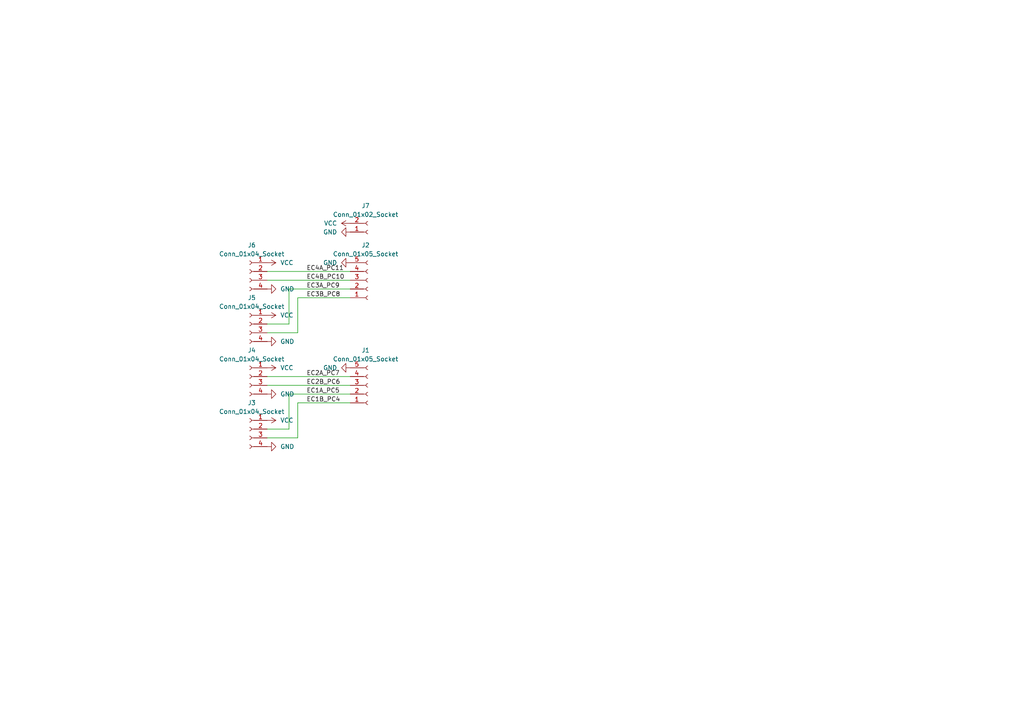
<source format=kicad_sch>
(kicad_sch (version 20230121) (generator eeschema)
  (paper "A4")
  (lib_symbols
    (symbol "Connector:Conn_01x02_Socket" (pin_names (offset 1.016) hide)
      (property "Reference" "J" (at 0 2.54 0))
      (property "Value" "Conn_01x02_Socket" (at 0 -5.08 0))
      (symbol "Conn_01x02_Socket_1_1"
        (arc (start 0 -2.032) (mid -0.5058 -2.54) (end 0 -3.048) (stroke (width 0.1524)))
        (polyline (pts (xy -1.27 -2.54) (xy -0.508 -2.54)) (stroke (width 0.1524)))
        (polyline (pts (xy -1.27 0) (xy -0.508 0)) (stroke (width 0.1524)))
        (arc (start 0 0.508) (mid -0.5058 0) (end 0 -0.508) (stroke (width 0.1524)))
        (pin passive line (at -5.08 0 0) (length 3.81) (name "Pin_1") (number "1"))
        (pin passive line (at -5.08 -2.54 0) (length 3.81) (name "Pin_2") (number "2"))
      )
    )
    (symbol "Connector:Conn_01x04_Socket" (pin_names (offset 1.016) hide)
      (property "Reference" "J" (at 0 5.08 0))
      (property "Value" "Conn_01x04_Socket" (at 0 -7.62 0))
      (symbol "Conn_01x04_Socket_1_1"
        (arc (start 0 -4.572) (mid -0.5058 -5.08) (end 0 -5.588) (stroke (width 0.1524)))
        (arc (start 0 -2.032) (mid -0.5058 -2.54) (end 0 -3.048) (stroke (width 0.1524)))
        (polyline (pts (xy -1.27 -5.08) (xy -0.508 -5.08)) (stroke (width 0.1524)))
        (polyline (pts (xy -1.27 -2.54) (xy -0.508 -2.54)) (stroke (width 0.1524)))
        (polyline (pts (xy -1.27 0) (xy -0.508 0)) (stroke (width 0.1524)))
        (polyline (pts (xy -1.27 2.54) (xy -0.508 2.54)) (stroke (width 0.1524)))
        (arc (start 0 0.508) (mid -0.5058 0) (end 0 -0.508) (stroke (width 0.1524)))
        (arc (start 0 3.048) (mid -0.5058 2.54) (end 0 2.032) (stroke (width 0.1524)))
        (pin passive line (at -5.08 2.54 0) (length 3.81) (name "Pin_1") (number "1"))
        (pin passive line (at -5.08 0 0) (length 3.81) (name "Pin_2") (number "2"))
        (pin passive line (at -5.08 -2.54 0) (length 3.81) (name "Pin_3") (number "3"))
        (pin passive line (at -5.08 -5.08 0) (length 3.81) (name "Pin_4") (number "4"))
      )
    )
    (symbol "Connector:Conn_01x05_Socket" (pin_names (offset 1.016) hide)
      (property "Reference" "J" (at 0 7.62 0))
      (property "Value" "Conn_01x05_Socket" (at 0 -7.62 0))
      (symbol "Conn_01x05_Socket_1_1"
        (arc (start 0 -4.572) (mid -0.5058 -5.08) (end 0 -5.588) (stroke (width 0.1524)))
        (arc (start 0 -2.032) (mid -0.5058 -2.54) (end 0 -3.048) (stroke (width 0.1524)))
        (polyline (pts (xy -1.27 -5.08) (xy -0.508 -5.08)) (stroke (width 0.1524)))
        (polyline (pts (xy -1.27 -2.54) (xy -0.508 -2.54)) (stroke (width 0.1524)))
        (polyline (pts (xy -1.27 0) (xy -0.508 0)) (stroke (width 0.1524)))
        (polyline (pts (xy -1.27 2.54) (xy -0.508 2.54)) (stroke (width 0.1524)))
        (polyline (pts (xy -1.27 5.08) (xy -0.508 5.08)) (stroke (width 0.1524)))
        (arc (start 0 0.508) (mid -0.5058 0) (end 0 -0.508) (stroke (width 0.1524)))
        (arc (start 0 3.048) (mid -0.5058 2.54) (end 0 2.032) (stroke (width 0.1524)))
        (arc (start 0 5.588) (mid -0.5058 5.08) (end 0 4.572) (stroke (width 0.1524)))
        (pin passive line (at -5.08 5.08 0) (length 3.81) (name "Pin_1") (number "1"))
        (pin passive line (at -5.08 2.54 0) (length 3.81) (name "Pin_2") (number "2"))
        (pin passive line (at -5.08 0 0) (length 3.81) (name "Pin_3") (number "3"))
        (pin passive line (at -5.08 -2.54 0) (length 3.81) (name "Pin_4") (number "4"))
        (pin passive line (at -5.08 -5.08 0) (length 3.81) (name "Pin_5") (number "5"))
      )
    )
    (symbol "power:GND" (power) (pin_names (offset 0))
      (property "Value" "GND" (at 0 -3.81 0))
      (symbol "GND_0_1"
        (polyline (pts (xy 0 0) (xy 0 -1.27) (xy 1.27 -1.27) (xy 0 -2.54) (xy -1.27 -1.27) (xy 0 -1.27)))
      )
      (symbol "GND_1_1"
        (pin power_in line (at 0 0 270) (length 0) hide (name "GND") (number "1"))
      )
    )
    (symbol "power:VCC" (power) (pin_names (offset 0))
      (property "Value" "VCC" (at 0 3.81 0))
      (symbol "VCC_0_1"
        (polyline (pts (xy -0.762 1.27) (xy 0 2.54)))
        (polyline (pts (xy 0 0) (xy 0 2.54)))
        (polyline (pts (xy 0 2.54) (xy 0.762 1.27)))
      )
      (symbol "VCC_1_1"
        (pin power_in line (at 0 0 90) (length 0) hide (name "VCC") (number "1"))
      )
    )
  )
  (wire (pts (xy 86.36 116.84) (xy 86.36 127)))
  (wire (pts (xy 86.36 116.84) (xy 101.6 116.84)))
  (wire (pts (xy 83.82 83.82) (xy 83.82 93.98)))
  (wire (pts (xy 77.47 111.76) (xy 101.6 111.76)))
  (wire (pts (xy 83.82 93.98) (xy 77.47 93.98)))
  (wire (pts (xy 86.36 127) (xy 77.47 127)))
  (wire (pts (xy 83.82 83.82) (xy 101.6 83.82)))
  (wire (pts (xy 77.47 124.46) (xy 83.82 124.46)))
  (wire (pts (xy 77.47 81.28) (xy 101.6 81.28)))
  (wire (pts (xy 83.82 114.3) (xy 101.6 114.3)))
  (wire (pts (xy 86.36 96.52) (xy 86.36 86.36)))
  (wire (pts (xy 77.47 109.22) (xy 101.6 109.22)))
  (wire (pts (xy 83.82 124.46) (xy 83.82 114.3)))
  (wire (pts (xy 77.47 96.52) (xy 86.36 96.52)))
  (wire (pts (xy 86.36 86.36) (xy 101.6 86.36)))
  (wire (pts (xy 77.47 78.74) (xy 101.6 78.74)))
  (label "EC4B_PC10" (at 88.9 81.28 0))
  (label "EC2A_PC7" (at 88.9 109.22 0))
  (label "EC3A_PC9" (at 88.9 83.82 0))
  (label "EC4A_PC11" (at 88.9 78.74 0))
  (label "EC2B_PC6" (at 88.9 111.76 0))
  (label "EC1B_PC4" (at 88.9 116.84 0))
  (label "EC3B_PC8" (at 88.9 86.36 0))
  (label "EC1A_PC5" (at 88.9 114.3 0))
  (symbol (lib_id "Connector:Conn_01x02_Socket") (at 106.68 67.31 0) (mirror x) (unit 1)
    (property "Reference" "J7" (at 106.045 59.69 0))
    (property "Value" "Conn_01x02_Socket" (at 106.045 62.23 0))
    (property "Footprint" "Connector_JST:JST_XA_S02B-XASK-1_1x02_P2.50mm_Horizontal" (effects hide))
  )
  (symbol (lib_id "Connector:Conn_01x05_Socket") (at 106.68 81.28 0) (mirror x) (unit 1)
    (property "Reference" "J2" (at 106.045 71.12 0))
    (property "Value" "Conn_01x05_Socket" (at 106.045 73.66 0))
    (property "Footprint" "Connector_JST:JST_XA_S05B-XASK-1_1x05_P2.50mm_Horizontal" (effects hide))
  )
  (symbol (lib_id "power:GND") (at 77.47 83.82 90) (unit 1)
    (property "Reference" "#PWR01" (effects hide))
    (property "Value" "GND" (at 81.28 83.82 90) (effects (justify right)))
  )
  (symbol (lib_id "power:VCC") (at 77.47 91.44 270) (unit 1)
    (property "Reference" "#PWR010" (effects hide))
    (property "Value" "VCC" (at 81.28 91.44 90) (effects (justify left)))
  )
  (symbol (lib_id "power:GND") (at 101.6 106.68 270) (unit 1)
    (property "Reference" "#PWR06" (effects hide))
    (property "Value" "GND" (at 97.79 106.68 90) (effects (justify right)))
  )
  (symbol (lib_id "power:GND") (at 101.6 76.2 270) (unit 1)
    (property "Reference" "#PWR05" (effects hide))
    (property "Value" "GND" (at 97.79 76.2 90) (effects (justify right)))
  )
  (symbol (lib_id "power:VCC") (at 77.47 76.2 270) (unit 1)
    (property "Reference" "#PWR09" (effects hide))
    (property "Value" "VCC" (at 81.28 76.2 90) (effects (justify left)))
  )
  (symbol (lib_id "power:VCC") (at 77.47 106.68 270) (unit 1)
    (property "Reference" "#PWR011" (effects hide))
    (property "Value" "VCC" (at 81.28 106.68 90) (effects (justify left)))
  )
  (symbol (lib_id "power:VCC") (at 77.47 121.92 270) (unit 1)
    (property "Reference" "#PWR012" (effects hide))
    (property "Value" "VCC" (at 81.28 121.92 90) (effects (justify left)))
  )
  (symbol (lib_id "power:GND") (at 77.47 129.54 90) (unit 1)
    (property "Reference" "#PWR04" (effects hide))
    (property "Value" "GND" (at 81.28 129.54 90) (effects (justify right)))
  )
  (symbol (lib_id "Connector:Conn_01x04_Socket") (at 72.39 93.98 0) (mirror y) (unit 1)
    (property "Reference" "J5" (at 73.025 86.36 0))
    (property "Value" "Conn_01x04_Socket" (at 73.025 88.9 0))
    (property "Footprint" "Connector_JST:JST_XA_S04B-XASK-1_1x04_P2.50mm_Horizontal" (effects hide))
  )
  (symbol (lib_id "power:GND") (at 77.47 99.06 90) (unit 1)
    (property "Reference" "#PWR02" (effects hide))
    (property "Value" "GND" (at 81.28 99.06 90) (effects (justify right)))
  )
  (symbol (lib_id "power:GND") (at 101.6 67.31 270) (unit 1)
    (property "Reference" "#PWR07" (effects hide))
    (property "Value" "GND" (at 97.79 67.31 90) (effects (justify right)))
  )
  (symbol (lib_id "Connector:Conn_01x05_Socket") (at 106.68 111.76 0) (mirror x) (unit 1)
    (property "Reference" "J1" (at 106.045 101.6 0))
    (property "Value" "Conn_01x05_Socket" (at 106.045 104.14 0))
    (property "Footprint" "Connector_JST:JST_XA_S05B-XASK-1_1x05_P2.50mm_Horizontal" (effects hide))
  )
  (symbol (lib_id "power:GND") (at 77.47 114.3 90) (unit 1)
    (property "Reference" "#PWR03" (effects hide))
    (property "Value" "GND" (at 81.28 114.3 90) (effects (justify right)))
  )
  (symbol (lib_id "Connector:Conn_01x04_Socket") (at 72.39 78.74 0) (mirror y) (unit 1)
    (property "Reference" "J6" (at 73.025 71.12 0))
    (property "Value" "Conn_01x04_Socket" (at 73.025 73.66 0))
    (property "Footprint" "Connector_JST:JST_XA_S04B-XASK-1_1x04_P2.50mm_Horizontal" (effects hide))
  )
  (symbol (lib_id "Connector:Conn_01x04_Socket") (at 72.39 109.22 0) (mirror y) (unit 1)
    (property "Reference" "J4" (at 73.025 101.6 0))
    (property "Value" "Conn_01x04_Socket" (at 73.025 104.14 0))
    (property "Footprint" "Connector_JST:JST_XA_S04B-XASK-1_1x04_P2.50mm_Horizontal" (effects hide))
  )
  (symbol (lib_id "power:VCC") (at 101.6 64.77 90) (unit 1)
    (property "Reference" "#PWR08" (effects hide))
    (property "Value" "VCC" (at 97.79 64.77 90) (effects (justify left)))
  )
  (symbol (lib_id "Connector:Conn_01x04_Socket") (at 72.39 124.46 0) (mirror y) (unit 1)
    (property "Reference" "J3" (at 73.025 116.84 0))
    (property "Value" "Conn_01x04_Socket" (at 73.025 119.38 0))
    (property "Footprint" "Connector_JST:JST_XA_S04B-XASK-1_1x04_P2.50mm_Horizontal" (effects hide))
  )
)
</source>
